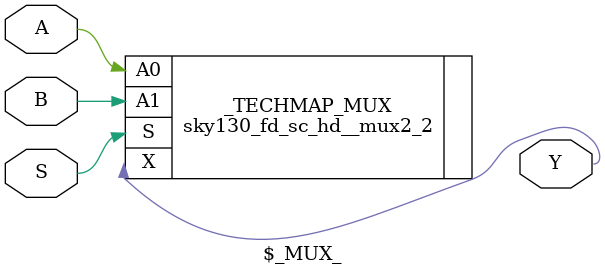
<source format=v>
module \$_MUX_ (
    output Y,
    input A,
    input B,
    input S
    );
  sky130_fd_sc_hd__mux2_2 _TECHMAP_MUX (
      .X(Y),
      .A0(A),
      .A1(B),
      .S(S)
  );
endmodule
</source>
